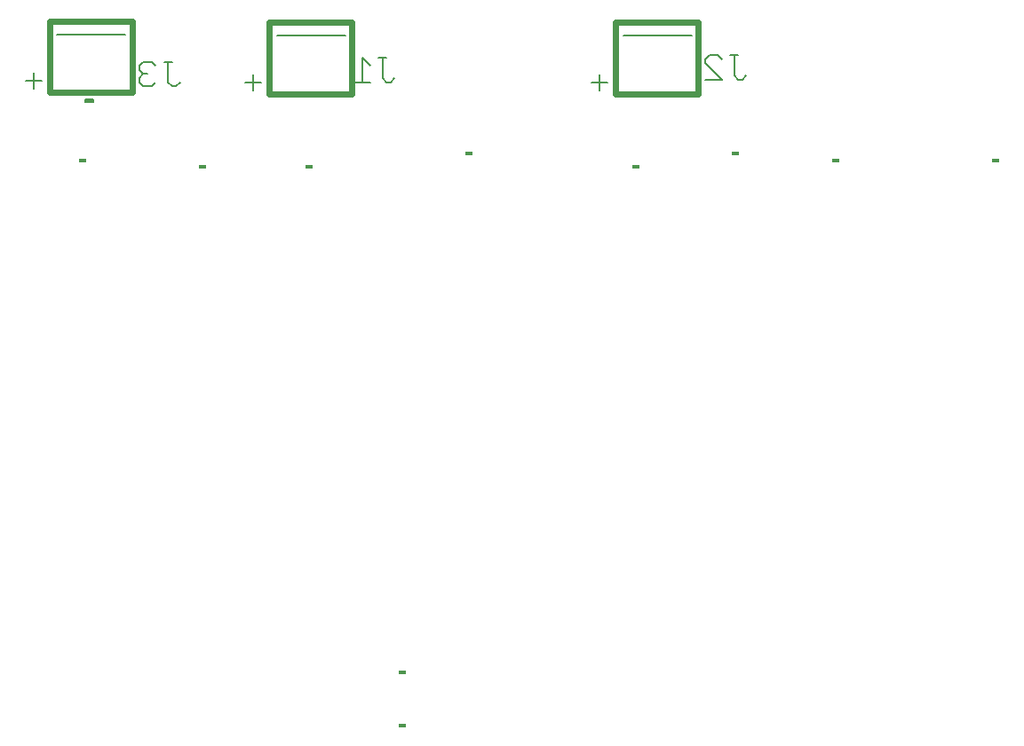
<source format=gbo>
G75*
%MOIN*%
%OFA0B0*%
%FSLAX25Y25*%
%IPPOS*%
%LPD*%
%AMOC8*
5,1,8,0,0,1.08239X$1,22.5*
%
%ADD10C,0.00500*%
%ADD11C,0.02400*%
%ADD12C,0.00800*%
%ADD13R,0.03000X0.01800*%
D10*
X0053600Y0307100D02*
X0056600Y0307100D01*
X0056600Y0307600D01*
X0056600Y0308100D01*
X0053600Y0308100D01*
X0053600Y0307100D01*
X0053600Y0307600D02*
X0056600Y0307600D01*
X0068506Y0332411D02*
X0042915Y0332411D01*
X0125415Y0331911D02*
X0151006Y0331911D01*
X0255415Y0331911D02*
X0281006Y0331911D01*
D11*
X0283525Y0336911D02*
X0283525Y0310100D01*
X0252659Y0310100D01*
X0252659Y0336911D01*
X0283525Y0336911D01*
X0153525Y0336911D02*
X0153525Y0310100D01*
X0122659Y0310100D01*
X0122659Y0336911D01*
X0153525Y0336911D01*
X0071025Y0337411D02*
X0071025Y0310600D01*
X0040159Y0310600D01*
X0040159Y0337411D01*
X0071025Y0337411D01*
D12*
X0075325Y0322145D02*
X0073791Y0320610D01*
X0073791Y0319076D01*
X0075325Y0317541D01*
X0073791Y0316006D01*
X0073791Y0314472D01*
X0075325Y0312937D01*
X0078395Y0312937D01*
X0079929Y0314472D01*
X0076860Y0317541D02*
X0075325Y0317541D01*
X0075325Y0322145D02*
X0078395Y0322145D01*
X0079929Y0320610D01*
X0082998Y0322145D02*
X0086068Y0322145D01*
X0084533Y0322145D02*
X0084533Y0314472D01*
X0086068Y0312937D01*
X0087602Y0312937D01*
X0089137Y0314472D01*
X0113544Y0314454D02*
X0119577Y0314454D01*
X0116561Y0311437D02*
X0116561Y0317471D01*
X0154291Y0314437D02*
X0160429Y0314437D01*
X0157360Y0314437D02*
X0157360Y0323645D01*
X0160429Y0320576D01*
X0163498Y0323645D02*
X0166568Y0323645D01*
X0165033Y0323645D02*
X0165033Y0315972D01*
X0166568Y0314437D01*
X0168102Y0314437D01*
X0169637Y0315972D01*
X0243544Y0314454D02*
X0249577Y0314454D01*
X0246561Y0311437D02*
X0246561Y0317471D01*
X0286291Y0315437D02*
X0292429Y0315437D01*
X0286291Y0321576D01*
X0286291Y0323110D01*
X0287825Y0324645D01*
X0290895Y0324645D01*
X0292429Y0323110D01*
X0295498Y0324645D02*
X0298568Y0324645D01*
X0297033Y0324645D02*
X0297033Y0316972D01*
X0298568Y0315437D01*
X0300102Y0315437D01*
X0301637Y0316972D01*
X0037077Y0314954D02*
X0031044Y0314954D01*
X0034061Y0311937D02*
X0034061Y0317971D01*
D13*
X0172600Y0072600D03*
X0172600Y0092600D03*
X0137600Y0282600D03*
X0097600Y0282600D03*
X0052600Y0285100D03*
X0197600Y0287600D03*
X0260100Y0282600D03*
X0297600Y0287600D03*
X0335100Y0285100D03*
X0395100Y0285100D03*
M02*

</source>
